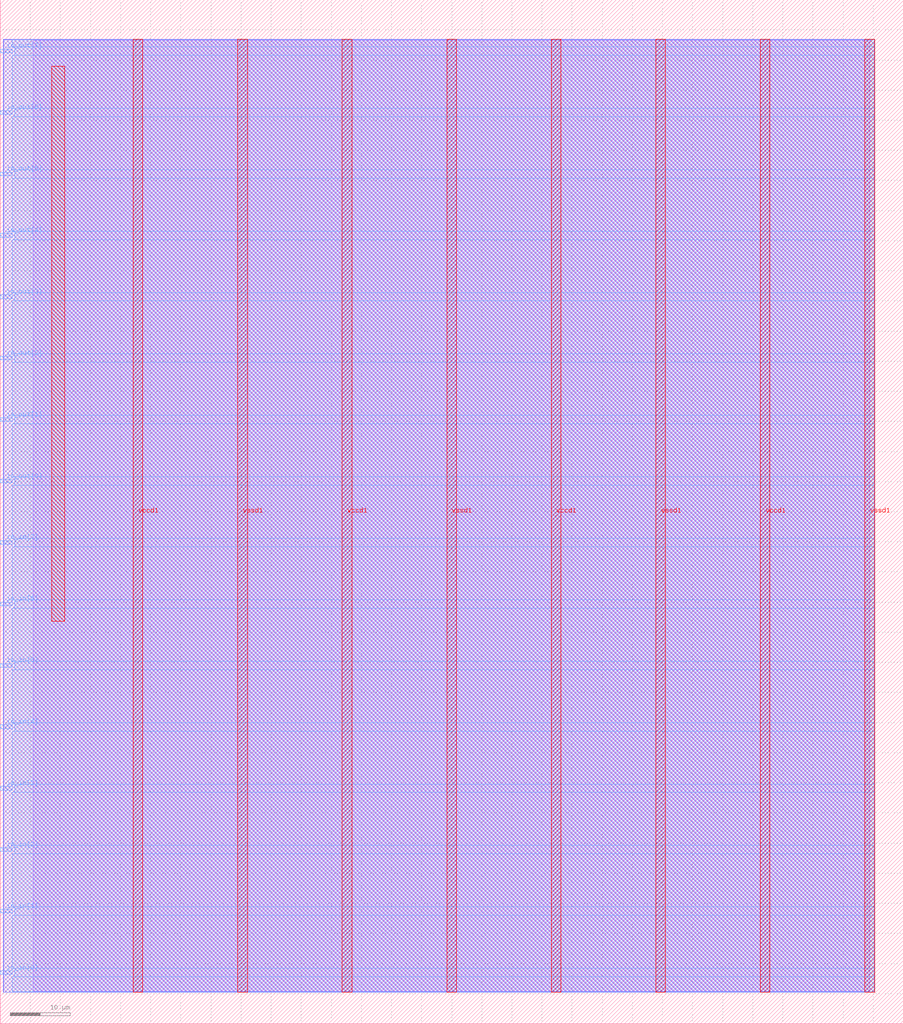
<source format=lef>
VERSION 5.7 ;
  NOWIREEXTENSIONATPIN ON ;
  DIVIDERCHAR "/" ;
  BUSBITCHARS "[]" ;
MACRO adder
  CLASS BLOCK ;
  FOREIGN adder ;
  ORIGIN 0.000 0.000 ;
  SIZE 150.000 BY 170.000 ;
  PIN io_in[0]
    DIRECTION INPUT ;
    USE SIGNAL ;
    PORT
      LAYER met3 ;
        RECT 0.000 8.200 2.000 8.800 ;
    END
  END io_in[0]
  PIN io_in[1]
    DIRECTION INPUT ;
    USE SIGNAL ;
    PORT
      LAYER met3 ;
        RECT 0.000 18.400 2.000 19.000 ;
    END
  END io_in[1]
  PIN io_in[2]
    DIRECTION INPUT ;
    USE SIGNAL ;
    PORT
      LAYER met3 ;
        RECT 0.000 28.600 2.000 29.200 ;
    END
  END io_in[2]
  PIN io_in[3]
    DIRECTION INPUT ;
    USE SIGNAL ;
    PORT
      LAYER met3 ;
        RECT 0.000 38.800 2.000 39.400 ;
    END
  END io_in[3]
  PIN io_in[4]
    DIRECTION INPUT ;
    USE SIGNAL ;
    PORT
      LAYER met3 ;
        RECT 0.000 49.000 2.000 49.600 ;
    END
  END io_in[4]
  PIN io_in[5]
    DIRECTION INPUT ;
    USE SIGNAL ;
    PORT
      LAYER met3 ;
        RECT 0.000 59.200 2.000 59.800 ;
    END
  END io_in[5]
  PIN io_in[6]
    DIRECTION INPUT ;
    USE SIGNAL ;
    PORT
      LAYER met3 ;
        RECT 0.000 69.400 2.000 70.000 ;
    END
  END io_in[6]
  PIN io_in[7]
    DIRECTION INPUT ;
    USE SIGNAL ;
    PORT
      LAYER met3 ;
        RECT 0.000 79.600 2.000 80.200 ;
    END
  END io_in[7]
  PIN io_out[0]
    DIRECTION OUTPUT TRISTATE ;
    USE SIGNAL ;
    PORT
      LAYER met3 ;
        RECT 0.000 89.800 2.000 90.400 ;
    END
  END io_out[0]
  PIN io_out[1]
    DIRECTION OUTPUT TRISTATE ;
    USE SIGNAL ;
    PORT
      LAYER met3 ;
        RECT 0.000 100.000 2.000 100.600 ;
    END
  END io_out[1]
  PIN io_out[2]
    DIRECTION OUTPUT TRISTATE ;
    USE SIGNAL ;
    PORT
      LAYER met3 ;
        RECT 0.000 110.200 2.000 110.800 ;
    END
  END io_out[2]
  PIN io_out[3]
    DIRECTION OUTPUT TRISTATE ;
    USE SIGNAL ;
    PORT
      LAYER met3 ;
        RECT 0.000 120.400 2.000 121.000 ;
    END
  END io_out[3]
  PIN io_out[4]
    DIRECTION OUTPUT TRISTATE ;
    USE SIGNAL ;
    PORT
      LAYER met3 ;
        RECT 0.000 130.600 2.000 131.200 ;
    END
  END io_out[4]
  PIN io_out[5]
    DIRECTION OUTPUT TRISTATE ;
    USE SIGNAL ;
    PORT
      LAYER met3 ;
        RECT 0.000 140.800 2.000 141.400 ;
    END
  END io_out[5]
  PIN io_out[6]
    DIRECTION OUTPUT TRISTATE ;
    USE SIGNAL ;
    PORT
      LAYER met3 ;
        RECT 0.000 151.000 2.000 151.600 ;
    END
  END io_out[6]
  PIN io_out[7]
    DIRECTION OUTPUT TRISTATE ;
    USE SIGNAL ;
    PORT
      LAYER met3 ;
        RECT 0.000 161.200 2.000 161.800 ;
    END
  END io_out[7]
  PIN vccd1
    DIRECTION INOUT ;
    USE POWER ;
    PORT
      LAYER met4 ;
        RECT 22.085 5.200 23.685 163.440 ;
    END
    PORT
      LAYER met4 ;
        RECT 56.815 5.200 58.415 163.440 ;
    END
    PORT
      LAYER met4 ;
        RECT 91.545 5.200 93.145 163.440 ;
    END
    PORT
      LAYER met4 ;
        RECT 126.275 5.200 127.875 163.440 ;
    END
  END vccd1
  PIN vssd1
    DIRECTION INOUT ;
    USE GROUND ;
    PORT
      LAYER met4 ;
        RECT 39.450 5.200 41.050 163.440 ;
    END
    PORT
      LAYER met4 ;
        RECT 74.180 5.200 75.780 163.440 ;
    END
    PORT
      LAYER met4 ;
        RECT 108.910 5.200 110.510 163.440 ;
    END
    PORT
      LAYER met4 ;
        RECT 143.640 5.200 145.240 163.440 ;
    END
  END vssd1
  OBS
      LAYER li1 ;
        RECT 5.520 5.355 144.440 163.285 ;
      LAYER met1 ;
        RECT 0.530 5.200 145.240 163.440 ;
      LAYER met2 ;
        RECT 0.560 5.255 145.210 163.385 ;
      LAYER met3 ;
        RECT 2.000 162.200 145.230 163.365 ;
        RECT 2.400 160.800 145.230 162.200 ;
        RECT 2.000 152.000 145.230 160.800 ;
        RECT 2.400 150.600 145.230 152.000 ;
        RECT 2.000 141.800 145.230 150.600 ;
        RECT 2.400 140.400 145.230 141.800 ;
        RECT 2.000 131.600 145.230 140.400 ;
        RECT 2.400 130.200 145.230 131.600 ;
        RECT 2.000 121.400 145.230 130.200 ;
        RECT 2.400 120.000 145.230 121.400 ;
        RECT 2.000 111.200 145.230 120.000 ;
        RECT 2.400 109.800 145.230 111.200 ;
        RECT 2.000 101.000 145.230 109.800 ;
        RECT 2.400 99.600 145.230 101.000 ;
        RECT 2.000 90.800 145.230 99.600 ;
        RECT 2.400 89.400 145.230 90.800 ;
        RECT 2.000 80.600 145.230 89.400 ;
        RECT 2.400 79.200 145.230 80.600 ;
        RECT 2.000 70.400 145.230 79.200 ;
        RECT 2.400 69.000 145.230 70.400 ;
        RECT 2.000 60.200 145.230 69.000 ;
        RECT 2.400 58.800 145.230 60.200 ;
        RECT 2.000 50.000 145.230 58.800 ;
        RECT 2.400 48.600 145.230 50.000 ;
        RECT 2.000 39.800 145.230 48.600 ;
        RECT 2.400 38.400 145.230 39.800 ;
        RECT 2.000 29.600 145.230 38.400 ;
        RECT 2.400 28.200 145.230 29.600 ;
        RECT 2.000 19.400 145.230 28.200 ;
        RECT 2.400 18.000 145.230 19.400 ;
        RECT 2.000 9.200 145.230 18.000 ;
        RECT 2.400 7.800 145.230 9.200 ;
        RECT 2.000 5.275 145.230 7.800 ;
      LAYER met4 ;
        RECT 8.575 66.815 10.745 158.945 ;
  END
END adder
END LIBRARY


</source>
